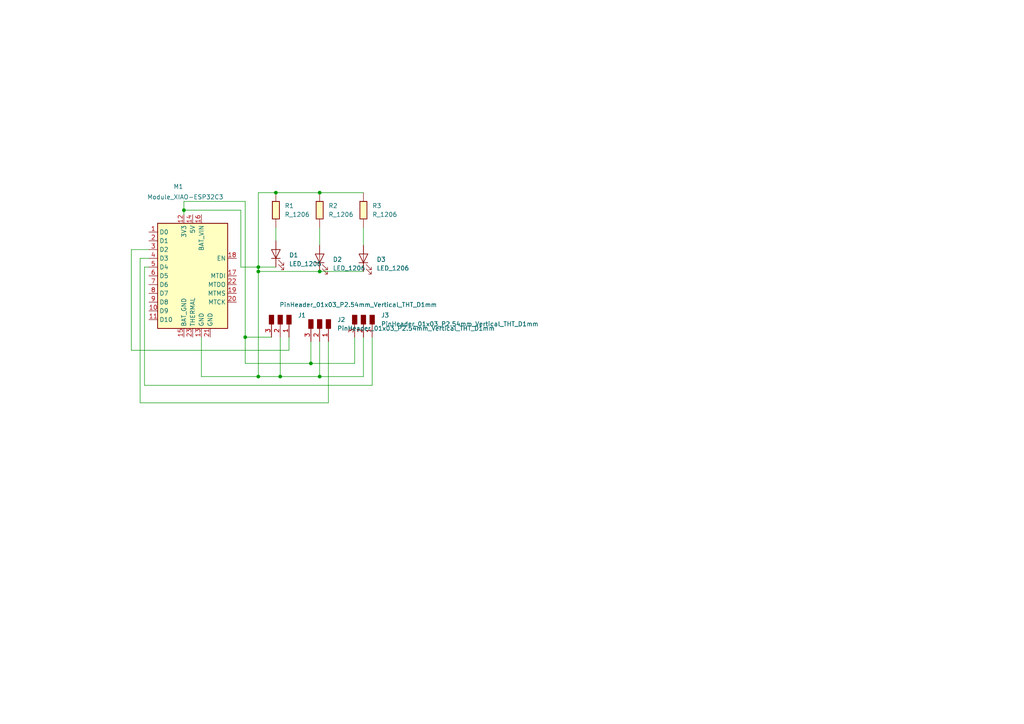
<source format=kicad_sch>
(kicad_sch (version 20250114) (generator "eeschema") (generator_version "9.0")
  (paper "A4")
  (lib_symbols
    (symbol "Fab:LED_1206" (pin_numbers (hide yes)) (pin_names (offset 1.016) (hide yes))
      (property "Reference" "D" (at 0 2.54 0))
      (property "Value" "LED_1206" (at 0 -2.54 0))
      (symbol "LED_1206_0_1"
        (polyline (pts (xy -3.048 -0.762) (xy -4.572 -2.286) (xy -3.81 -2.286) (xy -4.572 -2.286) (xy -4.572 -1.524)))
        (polyline (pts (xy -1.778 -0.762) (xy -3.302 -2.286) (xy -2.54 -2.286) (xy -3.302 -2.286) (xy -3.302 -1.524)))
        (polyline (pts (xy -1.27 0) (xy 1.27 0)))
        (polyline (pts (xy -1.27 -1.27) (xy -1.27 1.27)) (stroke (width 0.2032)))
        (polyline (pts (xy 1.27 -1.27) (xy 1.27 1.27) (xy -1.27 0) (xy 1.27 -1.27)) (stroke (width 0.2032)))
      )
      (symbol "LED_1206_1_1"
        (pin passive line (at -3.81 0 0) (length 2.54) (name "K") (number "1"))
        (pin passive line (at 3.81 0 180) (length 2.54) (name "A") (number "2"))
      )
    )
    (symbol "Fab:Module_XIAO-ESP32C3"
      (property "Reference" "M" (at -10.16 16.51 0))
      (property "Value" "Module_XIAO-ESP32C3" (at 3.81 16.51 0))
      (symbol "Module_XIAO-ESP32C3_1_1"
        (rectangle (start -10.16 15.24) (end 10.16 -15.24) (stroke (width 0.254)) (fill (type background)))
        (pin bidirectional line (at -12.7 12.7 0) (length 2.54) (name "D0") (number "1"))
        (pin bidirectional line (at -12.7 10.16 0) (length 2.54) (name "D1") (number "2"))
        (pin bidirectional line (at -12.7 7.62 0) (length 2.54) (name "D2") (number "3"))
        (pin bidirectional line (at -12.7 5.08 0) (length 2.54) (name "D3") (number "4"))
        (pin bidirectional line (at -12.7 2.54 0) (length 2.54) (name "D4") (number "5"))
        (pin bidirectional line (at -12.7 0 0) (length 2.54) (name "D5") (number "6"))
        (pin bidirectional line (at -12.7 -2.54 0) (length 2.54) (name "D6") (number "7"))
        (pin bidirectional line (at -12.7 -5.08 0) (length 2.54) (name "D7") (number "8"))
        (pin bidirectional line (at -12.7 -7.62 0) (length 2.54) (name "D8") (number "9"))
        (pin bidirectional line (at -12.7 -10.16 0) (length 2.54) (name "D9") (number "10"))
        (pin bidirectional line (at -12.7 -12.7 0) (length 2.54) (name "D10") (number "11"))
        (pin power_in line (at -2.54 17.78 270) (length 2.54) (name "3V3") (number "12"))
        (pin power_in line (at -2.54 -17.78 90) (length 2.54) (name "BAT_GND") (number "15"))
        (pin power_in line (at 0 17.78 270) (length 2.54) (name "5V") (number "14"))
        (pin power_in line (at 0 -17.78 90) (length 2.54) (name "THERMAL") (number "23"))
        (pin power_in line (at 2.54 17.78 270) (length 2.54) (name "BAT_VIN") (number "16"))
        (pin power_in line (at 2.54 -17.78 90) (length 2.54) (name "GND") (number "13"))
        (pin power_in line (at 5.08 -17.78 90) (length 2.54) (name "GND") (number "21"))
        (pin input line (at 12.7 5.08 180) (length 2.54) (name "EN") (number "18"))
        (pin input line (at 12.7 0 180) (length 2.54) (name "MTDI") (number "17"))
        (pin output line (at 12.7 -2.54 180) (length 2.54) (name "MTDO") (number "22"))
        (pin input line (at 12.7 -5.08 180) (length 2.54) (name "MTMS") (number "19"))
        (pin input line (at 12.7 -7.62 180) (length 2.54) (name "MTCK") (number "20"))
      )
    )
    (symbol "Fab:PinHeader_01x03_P2.54mm_Vertical_THT_D1mm" (pin_names (hide yes))
      (property "Reference" "J" (at 0 5.08 0))
      (property "Value" "PinHeader_01x03_P2.54mm_Vertical_THT_D1mm" (at 0 -5.08 0))
      (symbol "PinHeader_01x03_P2.54mm_Vertical_THT_D1mm_1_1"
        (rectangle (start -1.27 3.175) (end 1.27 1.905) (stroke (width 0.254)) (fill (type outline)))
        (rectangle (start -1.27 0.635) (end 1.27 -0.635) (stroke (width 0.254)) (fill (type outline)))
        (rectangle (start -1.27 -1.905) (end 1.27 -3.175) (stroke (width 0.254)) (fill (type outline)))
        (pin passive line (at 5.08 2.54 180) (length 3.81) (name "Pin_1") (number "1"))
        (pin passive line (at 5.08 0 180) (length 3.81) (name "Pin_2") (number "2"))
        (pin passive line (at 5.08 -2.54 180) (length 3.81) (name "Pin_3") (number "3"))
      )
    )
    (symbol "Fab:R_1206" (pin_numbers (hide yes)) (pin_names (offset 0))
      (property "Reference" "R" (at 2.54 0 90))
      (property "Value" "R_1206" (at -2.54 0 90))
      (symbol "R_1206_0_1"
        (rectangle (start -1.016 -2.54) (end 1.016 2.54) (stroke (width 0.254)) (fill (type background)))
      )
      (symbol "R_1206_1_1"
        (pin passive line (at 0 5.08 270) (length 2.54) (name "~") (number "1"))
        (pin passive line (at 0 -5.08 90) (length 2.54) (name "~") (number "2"))
      )
    )
  )
  (junction (at 90.17 105.41))
  (junction (at 74.93 109.22))
  (junction (at 74.93 78.74))
  (junction (at 81.28 109.22))
  (junction (at 53.34 60.96))
  (junction (at 74.93 77.47))
  (junction (at 80.01 55.88))
  (junction (at 92.71 78.74))
  (junction (at 92.71 55.88))
  (junction (at 92.71 109.22))
  (junction (at 71.12 97.79))
  (wire (pts (xy 92.71 109.22) (xy 105.41 109.22)))
  (wire (pts (xy 71.12 105.41) (xy 90.17 105.41)))
  (wire (pts (xy 81.28 97.79) (xy 81.28 109.22)))
  (wire (pts (xy 102.87 97.79) (xy 102.87 105.41)))
  (wire (pts (xy 83.82 97.79) (xy 83.82 101.6)))
  (wire (pts (xy 69.85 60.96) (xy 53.34 60.96)))
  (wire (pts (xy 40.64 116.84) (xy 40.64 74.93)))
  (wire (pts (xy 53.34 60.96) (xy 53.34 62.23)))
  (wire (pts (xy 107.95 111.76) (xy 41.91 111.76)))
  (wire (pts (xy 58.42 109.22) (xy 74.93 109.22)))
  (wire (pts (xy 71.12 58.42) (xy 53.34 58.42)))
  (wire (pts (xy 105.41 97.79) (xy 105.41 109.22)))
  (wire (pts (xy 78.74 97.79) (xy 71.12 97.79)))
  (wire (pts (xy 105.41 66.04) (xy 105.41 71.12)))
  (wire (pts (xy 71.12 97.79) (xy 71.12 105.41)))
  (wire (pts (xy 81.28 109.22) (xy 92.71 109.22)))
  (wire (pts (xy 40.64 74.93) (xy 43.18 74.93)))
  (wire (pts (xy 83.82 101.6) (xy 38.1 101.6)))
  (wire (pts (xy 80.01 66.04) (xy 80.01 69.85)))
  (wire (pts (xy 95.25 116.84) (xy 40.64 116.84)))
  (wire (pts (xy 95.25 99.06) (xy 95.25 116.84)))
  (wire (pts (xy 74.93 78.74) (xy 74.93 109.22)))
  (wire (pts (xy 92.71 66.04) (xy 92.71 71.12)))
  (wire (pts (xy 90.17 105.41) (xy 102.87 105.41)))
  (wire (pts (xy 107.95 97.79) (xy 107.95 111.76)))
  (wire (pts (xy 92.71 78.74) (xy 105.41 78.74)))
  (wire (pts (xy 41.91 111.76) (xy 41.91 77.47)))
  (wire (pts (xy 41.91 77.47) (xy 43.18 77.47)))
  (wire (pts (xy 74.93 55.88) (xy 80.01 55.88)))
  (wire (pts (xy 92.71 55.88) (xy 105.41 55.88)))
  (wire (pts (xy 74.93 77.47) (xy 74.93 78.74)))
  (wire (pts (xy 38.1 101.6) (xy 38.1 72.39)))
  (wire (pts (xy 58.42 109.22) (xy 58.42 97.79)))
  (wire (pts (xy 90.17 99.06) (xy 90.17 105.41)))
  (wire (pts (xy 74.93 77.47) (xy 69.85 77.47)))
  (wire (pts (xy 92.71 99.06) (xy 92.71 109.22)))
  (wire (pts (xy 74.93 78.74) (xy 92.71 78.74)))
  (wire (pts (xy 53.34 58.42) (xy 53.34 60.96)))
  (wire (pts (xy 74.93 55.88) (xy 74.93 77.47)))
  (wire (pts (xy 71.12 58.42) (xy 71.12 97.79)))
  (wire (pts (xy 80.01 77.47) (xy 74.93 77.47)))
  (wire (pts (xy 69.85 60.96) (xy 69.85 77.47)))
  (wire (pts (xy 74.93 109.22) (xy 81.28 109.22)))
  (wire (pts (xy 38.1 72.39) (xy 43.18 72.39)))
  (wire (pts (xy 80.01 55.88) (xy 92.71 55.88)))
  (symbol (lib_id "Fab:R_1206") (at 105.41 60.96 0) (unit 1)
    (property "Reference" "R3" (at 107.95 59.6899 0) (effects (justify left)))
    (property "Value" "R_1206" (at 107.95 62.2299 0) (effects (justify left)))
    (property "Footprint" "Fab:R_1206" (effects (hide yes)))
    (property "Description" "Resistor" (effects (hide yes)))
  )
  (symbol (lib_id "Fab:LED_1206") (at 80.01 73.66 90) (unit 1)
    (property "Reference" "D1" (at 83.82 73.9901 90) (effects (justify right)))
    (property "Value" "LED_1206" (at 83.82 76.5301 90) (effects (justify right)))
    (property "Footprint" "Fab:LED_1206" (effects (hide yes)))
    (property "Datasheet" "https://optoelectronics.liteon.com/upload/download/DS-22-98-0002/LTST-C150CKT.pdf" (effects (hide yes)))
    (property "Description" "Light emitting diode, Lite-On Inc. LTST, SMD" (effects (hide yes)))
  )
  (symbol (lib_id "Fab:Module_XIAO-ESP32C3") (at 55.88 80.01 0) (unit 1)
    (property "Reference" "M1" (at 50.292 54.102 0) (effects (justify left)))
    (property "Value" "Module_XIAO-ESP32C3" (at 42.672 57.15 0) (effects (justify left)))
    (property "Footprint" "Fab:SeeedStudio_XIAO_ESP32C3" (effects (hide yes)))
    (property "Datasheet" "https://wiki.seeedstudio.com/XIAO_ESP32C3_Getting_Started/" (effects (hide yes)))
    (property "Description" "ESP32-C3 Transceiver; 802.11 a/b/g/n (Wi-Fi, WiFi, WLAN), Bluetooth® Smart 4.x Low Energy (BLE) 2.4GHz Evaluation Board" (effects (hide yes)))
  )
  (symbol (lib_id "Fab:R_1206") (at 92.71 60.96 0) (unit 1)
    (property "Reference" "R2" (at 95.25 59.6899 0) (effects (justify left)))
    (property "Value" "R_1206" (at 95.25 62.2299 0) (effects (justify left)))
    (property "Footprint" "Fab:R_1206" (effects (hide yes)))
    (property "Description" "Resistor" (effects (hide yes)))
  )
  (symbol (lib_id "Fab:PinHeader_01x03_P2.54mm_Vertical_THT_D1mm") (at 105.41 92.71 270) (unit 1)
    (property "Reference" "J3" (at 110.49 91.4399 90) (effects (justify left)))
    (property "Value" "PinHeader_01x03_P2.54mm_Vertical_THT_D1mm" (at 110.49 93.9799 90) (effects (justify left)))
    (property "Footprint" "Fab:PinHeader_01x03_P2.54mm_Vertical_THT_D1.4mm" (effects (hide yes)))
    (property "Description" "Male connector, single row" (effects (hide yes)))
  )
  (symbol (lib_id "Fab:LED_1206") (at 105.41 74.93 90) (unit 1)
    (property "Reference" "D3" (at 109.22 75.2601 90) (effects (justify right)))
    (property "Value" "LED_1206" (at 109.22 77.8001 90) (effects (justify right)))
    (property "Footprint" "Fab:LED_1206" (effects (hide yes)))
    (property "Datasheet" "https://optoelectronics.liteon.com/upload/download/DS-22-98-0002/LTST-C150CKT.pdf" (effects (hide yes)))
    (property "Description" "Light emitting diode, Lite-On Inc. LTST, SMD" (effects (hide yes)))
  )
  (symbol (lib_id "Fab:R_1206") (at 80.01 60.96 0) (unit 1)
    (property "Reference" "R1" (at 82.55 59.6899 0) (effects (justify left)))
    (property "Value" "R_1206" (at 82.55 62.2299 0) (effects (justify left)))
    (property "Footprint" "Fab:R_1206" (effects (hide yes)))
    (property "Description" "Resistor" (effects (hide yes)))
  )
  (symbol (lib_id "Fab:PinHeader_01x03_P2.54mm_Vertical_THT_D1mm") (at 92.71 93.98 270) (unit 1)
    (property "Reference" "J2" (at 97.79 92.7099 90) (effects (justify left)))
    (property "Value" "PinHeader_01x03_P2.54mm_Vertical_THT_D1mm" (at 97.79 95.2499 90) (effects (justify left)))
    (property "Footprint" "Fab:PinHeader_01x03_P2.54mm_Vertical_THT_D1.4mm" (effects (hide yes)))
    (property "Description" "Male connector, single row" (effects (hide yes)))
  )
  (symbol (lib_id "Fab:PinHeader_01x03_P2.54mm_Vertical_THT_D1mm") (at 81.28 92.71 270) (unit 1)
    (property "Reference" "J1" (at 86.36 91.4399 90) (effects (justify left)))
    (property "Value" "PinHeader_01x03_P2.54mm_Vertical_THT_D1mm" (at 81.026 88.392 90) (effects (justify left)))
    (property "Footprint" "Fab:PinHeader_01x03_P2.54mm_Vertical_THT_D1.4mm" (effects (hide yes)))
    (property "Description" "Male connector, single row" (effects (hide yes)))
  )
  (symbol (lib_id "Fab:LED_1206") (at 92.71 74.93 90) (unit 1)
    (property "Reference" "D2" (at 96.52 75.2601 90) (effects (justify right)))
    (property "Value" "LED_1206" (at 96.52 77.8001 90) (effects (justify right)))
    (property "Footprint" "Fab:LED_1206" (effects (hide yes)))
    (property "Datasheet" "https://optoelectronics.liteon.com/upload/download/DS-22-98-0002/LTST-C150CKT.pdf" (effects (hide yes)))
    (property "Description" "Light emitting diode, Lite-On Inc. LTST, SMD" (effects (hide yes)))
  )
)
</source>
